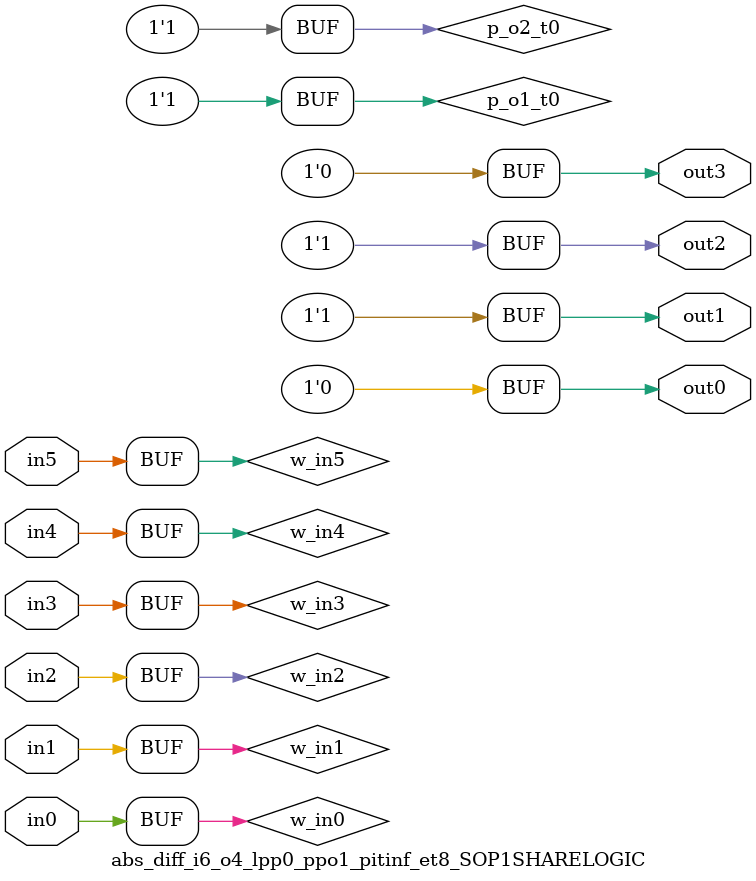
<source format=v>
module abs_diff_i6_o4_lpp0_ppo1_pitinf_et8_SOP1SHARELOGIC (in0, in1, in2, in3, in4, in5, out0, out1, out2, out3);
// declaring inputs
input in0,  in1,  in2,  in3,  in4,  in5;
// declaring outputs
output out0,  out1,  out2,  out3;
// JSON model input
wire w_in5, w_in4, w_in3, w_in2, w_in1, w_in0;
// JSON model output
wire w_g31, w_g58, w_g66;
//json model
wire p_o0_t0, p_o1_t0, p_o2_t0, p_o3_t0;
// JSON model input assign
assign w_in5 = in5;
assign w_in4 = in4;
assign w_in3 = in3;
assign w_in2 = in2;
assign w_in1 = in1;
assign w_in0 = in0;
//json model assigns (approximated/XPATed part)
assign out0 = 0;
assign p_o1_t0 = 1;
assign out1 = p_o1_t0;
assign p_o2_t0 = 1;
assign out2 = p_o2_t0;
assign out3 = 0;
endmodule
</source>
